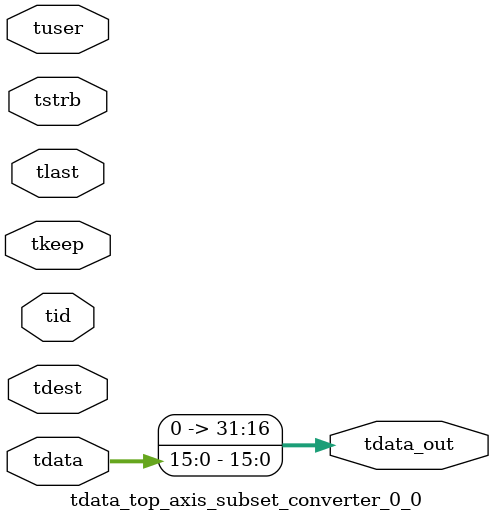
<source format=v>


`timescale 1ps/1ps

module tdata_top_axis_subset_converter_0_0 #
(
parameter C_S_AXIS_TDATA_WIDTH = 32,
parameter C_S_AXIS_TUSER_WIDTH = 0,
parameter C_S_AXIS_TID_WIDTH   = 0,
parameter C_S_AXIS_TDEST_WIDTH = 0,
parameter C_M_AXIS_TDATA_WIDTH = 32
)
(
input  [(C_S_AXIS_TDATA_WIDTH == 0 ? 1 : C_S_AXIS_TDATA_WIDTH)-1:0     ] tdata,
input  [(C_S_AXIS_TUSER_WIDTH == 0 ? 1 : C_S_AXIS_TUSER_WIDTH)-1:0     ] tuser,
input  [(C_S_AXIS_TID_WIDTH   == 0 ? 1 : C_S_AXIS_TID_WIDTH)-1:0       ] tid,
input  [(C_S_AXIS_TDEST_WIDTH == 0 ? 1 : C_S_AXIS_TDEST_WIDTH)-1:0     ] tdest,
input  [(C_S_AXIS_TDATA_WIDTH/8)-1:0 ] tkeep,
input  [(C_S_AXIS_TDATA_WIDTH/8)-1:0 ] tstrb,
input                                                                    tlast,
output [C_M_AXIS_TDATA_WIDTH-1:0] tdata_out
);

assign tdata_out = {tdata[15:0]};

endmodule


</source>
